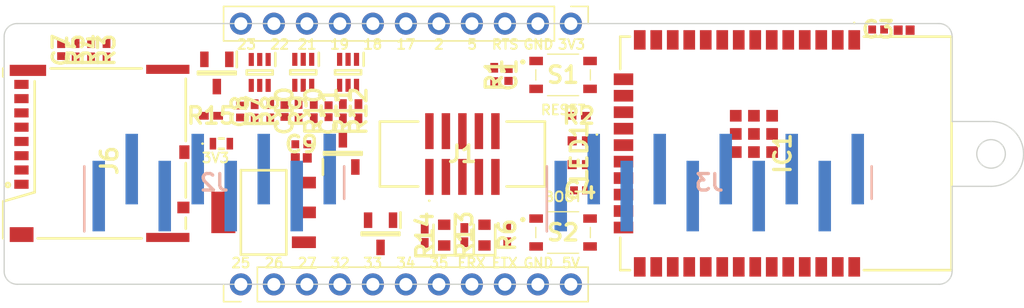
<source format=kicad_pcb>
(kicad_pcb (version 20211014) (generator pcbnew)
  (layers (0 "F.Cu" signal) (31 "B.Cu" signal) (34 "B.Paste" user) (35 "F.Paste" user) (36 "B.SilkS" user "B.Silkscreen") (37 "F.SilkS" user "F.Silkscreen") (38 "B.Mask" user) (39 "F.Mask" user) (44 "Edge.Cuts" user))
  (net 0 "")
  (net 1 "GND")
  (net 2 "RESET")
  (net 3 "+3V3")
  (net 4 "+5V")
  (net 5 "+LDO_3V3")
  (net 7 "GPIO39")
  (net 8 "GPIO34")
  (net 9 "GPIO35")
  (net 10 "GPIO32")
  (net 11 "GPIO33")
  (net 12 "GPIO25")
  (net 13 "GPIO26")
  (net 14 "GPIO27")
  (net 15 "TMS")
  (net 16 "TDI")
  (net 17 "TCK")
  (net 24 "TDO")
  (net 25 "GPIO02")
  (net 26 "Net-(IC1-Pad25)")
  (net 27 "GPIO04")
  (net 28 "GPIO16")
  (net 29 "GPIO17")
  (net 30 "GPIO05")
  (net 31 "GPIO18")
  (net 32 "GPIO19")
  (net 34 "GPIO21")
  (net 35 "TX")
  (net 36 "RX")
  (net 37 "GPIO22")
  (net 38 "GPIO23")
  (net 39 "Net-(IC2-Pad1)")
  (net 40 "+ext_3V3")
  (net 41 "Net-(IC4-Pad1)")
  (net 42 "Net-(IC5-Pad1)")
  (net 43 "+ext_5V")
  (net 44 "FLP_GPIO_0")
  (net 45 "GPIO36")
  (net 46 "GPIO017")
  (net 49 "Net-(J6-Pad2)")
  (net 50 "Net-(J6-Pad3)")
  (net 51 "Net-(J6-Pad5)")
  (net 54 "Net-(LED1-Pad3)")
  (net 55 "Net-(LED2-Pad2)")
  (net 56 "Net-(LED3-Pad2)")
  (net 57 "Net-(LED4-Pad1)")
  (net 58 "Net-(R7-Pad2)")
  (net 59 "Net-(R9-Pad2)")
  (net 60 "Net-(R11-Pad2)")
  (footprint "Libraries:RESC1005X40N" (layer "F.Cu") (at 134.96 96.59 90)
    (fp_text reference "R10" (at 0 0 90) (layer "F.SilkS") (effects (font (size 1.27 1.27) (thickness 0.254))))
    (fp_text value "100K" hide)
    (pad "1" smd rect locked (at -0.55 0 180) (size 0.6 0.75) (layers "F.Cu" "F.Paste" "F.Mask") (net 1 "GND"))
    (pad "2" smd rect locked (at 0.55 0 180) (size 0.6 0.75) (layers "F.Cu" "F.Paste" "F.Mask") (net 41 "Net-(IC4-Pad1)"))
  )
  (footprint "Libraries:RESC1005X40N" (layer "F.Cu") (at 127.05 96.95)
    (fp_text reference "R15" (at 0 0) (layer "F.SilkS") (effects (font (size 1.27 1.27) (thickness 0.254))))
    (fp_text value "1K" hide)
    (pad "1" smd rect locked (at -0.55 0 90) (size 0.6 0.75) (layers "F.Cu" "F.Paste" "F.Mask") (net 3 "+3V3"))
    (pad "2" smd rect locked (at 0.55 0 90) (size 0.6 0.75) (layers "F.Cu" "F.Paste" "F.Mask") (net 57 "Net-(LED4-Pad1)"))
  )
  (footprint "Libraries:RESC1005X40N" (layer "F.Cu") (at 149.85 106.15 -90)
    (fp_text reference "R6" (at 0 0 -90) (layer "F.SilkS") (effects (font (size 1.27 1.27) (thickness 0.254))))
    (fp_text value "10k" hide)
    (pad "1" smd rect locked (at -0.55 0) (size 0.6 0.75) (layers "F.Cu" "F.Paste" "F.Mask") (net 26 "Net-(IC1-Pad25)"))
    (pad "2" smd rect locked (at 0.55 0) (size 0.6 0.75) (layers "F.Cu" "F.Paste" "F.Mask") (net 3 "+3V3"))
  )
  (footprint "Libraries:CAPC1005X55N" (layer "F.Cu") (at 115.52 91.89 -90)
    (fp_text reference "C7" (at 0 0 90) (layer "F.SilkS") (effects (font (size 1.27 1.27) (thickness 0.254))))
    (fp_text value "100n" hide)
    (pad "1" smd rect locked (at -0.46 0 270) (size 0.6 0.62) (layers "F.Cu" "F.Paste" "F.Mask") (net 1 "GND"))
    (pad "2" smd rect locked (at 0.46 0 270) (size 0.6 0.62) (layers "F.Cu" "F.Paste" "F.Mask") (net 3 "+3V3"))
  )
  (footprint "Libraries:RESC1005X40N" (layer "F.Cu") (at 116.63 91.9 -90)
    (fp_text reference "R5" (at 0 0 90) (layer "F.SilkS") (effects (font (size 1.27 1.27) (thickness 0.254))))
    (fp_text value "1K" hide)
    (pad "1" smd rect locked (at -0.55 0) (size 0.6 0.75) (layers "F.Cu" "F.Paste" "F.Mask") (net 31 "GPIO18"))
    (pad "2" smd rect locked (at 0.55 0) (size 0.6 0.75) (layers "F.Cu" "F.Paste" "F.Mask") (net 51 "Net-(J6-Pad5)"))
  )
  (footprint "SamacSys_Parts:SOT96P240X120-3N" (layer "F.Cu") (at 127.5 93.65 -90)
    (fp_text reference "IC2" hide)
    (fp_text value "DMP1045U-7" hide)
    (fp_line (start -0.1 1.45) (end -0.1 -1.45) (layer "F.SilkS") (width 0.2))
    (fp_line (start 0.1 1.45) (end -0.1 1.45) (layer "F.SilkS") (width 0.2))
    (fp_line (start -0.1 -1.45) (end 0.1 -1.45) (layer "F.SilkS") (width 0.2))
    (fp_line (start 0.1 -1.45) (end 0.1 1.45) (layer "F.SilkS") (width 0.2))
    (fp_line (start -1.65 -1.535) (end -0.45 -1.535) (layer "F.SilkS") (width 0.2))
    (pad "1" smd rect locked (at -1.05 -0.96) (size 0.65 1.2) (layers "F.Cu" "F.Paste" "F.Mask") (net 39 "Net-(IC2-Pad1)"))
    (pad "2" smd rect locked (at -1.05 0.96) (size 0.65 1.2) (layers "F.Cu" "F.Paste" "F.Mask") (net 3 "+3V3"))
    (pad "3" smd rect locked (at 1.05 0) (size 0.65 1.2) (layers "F.Cu" "F.Paste" "F.Mask") (net 40 "+ext_3V3"))
  )
  (footprint "SamacSys_Parts:SOT96P240X120-3N" (layer "F.Cu") (at 137.2 99.85 90)
    (fp_text reference "IC4" hide)
    (fp_text value "DMP1045U-7" hide)
    (fp_line (start 0.1 -1.45) (end 0.1 1.45) (layer "F.SilkS") (width 0.2))
    (fp_line (start 0.1 1.45) (end -0.1 1.45) (layer "F.SilkS") (width 0.2))
    (fp_line (start -0.1 -1.45) (end 0.1 -1.45) (layer "F.SilkS") (width 0.2))
    (fp_line (start -1.65 -1.535) (end -0.45 -1.535) (layer "F.SilkS") (width 0.2))
    (fp_line (start -0.1 1.45) (end -0.1 -1.45) (layer "F.SilkS") (width 0.2))
    (pad "1" smd rect locked (at -1.05 -0.96 180) (size 0.65 1.2) (layers "F.Cu" "F.Paste" "F.Mask") (net 41 "Net-(IC4-Pad1)"))
    (pad "2" smd rect locked (at -1.05 0.96 180) (size 0.65 1.2) (layers "F.Cu" "F.Paste" "F.Mask") (net 3 "+3V3"))
    (pad "3" smd rect locked (at 1.05 0 180) (size 0.65 1.2) (layers "F.Cu" "F.Paste" "F.Mask") (net 5 "+LDO_3V3"))
  )
  (footprint "Connector_PinHeader_2.54mm:PinHeader_1x11_P2.54mm_Vertical" (layer "F.Cu") (at 154.75 89.85 -90)
    (fp_text reference "J4" hide)
    (fp_text value "Conn_01x11" hide)
    (fp_line (start 1.33 1.27) (end 1.33 26.73) (layer "F.SilkS") (width 0.12))
    (fp_line (start -1.33 1.27) (end -1.33 26.73) (layer "F.SilkS") (width 0.12))
    (fp_line (start -1.33 26.73) (end 1.33 26.73) (layer "F.SilkS") (width 0.12))
    (fp_line (start -1.33 -1.33) (end 0 -1.33) (layer "F.SilkS") (width 0.12))
    (fp_line (start -1.33 1.27) (end 1.33 1.27) (layer "F.SilkS") (width 0.12))
    (fp_line (start -1.33 0) (end -1.33 -1.33) (layer "F.SilkS") (width 0.12))
    (pad "1" thru_hole circle (at 0 0 270) (size 1.7 1.7) (drill 1) (layers *.Cu *.Mask) (net 3 "+3V3"))
    (pad "2" thru_hole oval (at 0 2.54 270) (size 1.7 1.7) (drill 1) (layers *.Cu *.Mask) (net 1 "GND"))
    (pad "3" thru_hole oval (at 0 5.08 270) (size 1.7 1.7) (drill 1) (layers *.Cu *.Mask) (net 44 "FLP_GPIO_0"))
    (pad "4" thru_hole oval (at 0 7.62 270) (size 1.7 1.7) (drill 1) (layers *.Cu *.Mask) (net 30 "GPIO05"))
    (pad "5" thru_hole oval (at 0 10.16 270) (size 1.7 1.7) (drill 1) (layers *.Cu *.Mask) (net 25 "GPIO02"))
    (pad "6" thru_hole oval (at 0 12.7 270) (size 1.7 1.7) (drill 1) (layers *.Cu *.Mask) (net 29 "GPIO17"))
    (pad "7" thru_hole oval (at 0 15.24 270) (size 1.7 1.7) (drill 1) (layers *.Cu *.Mask) (net 31 "GPIO18"))
    (pad "8" thru_hole oval (at 0 17.78 270) (size 1.7 1.7) (drill 1) (layers *.Cu *.Mask) (net 32 "GPIO19"))
    (pad "9" thru_hole oval (at 0 20.32 270) (size 1.7 1.7) (drill 1) (layers *.Cu *.Mask) (net 34 "GPIO21"))
    (pad "10" thru_hole oval (at 0 22.86 270) (size 1.7 1.7) (drill 1) (layers *.Cu *.Mask) (net 37 "GPIO22"))
    (pad "11" thru_hole oval (at 0 25.4 270) (size 1.7 1.7) (drill 1) (layers *.Cu *.Mask) (net 38 "GPIO23"))
  )
  (footprint "Libraries:CAPC1005X55N" (layer "F.Cu") (at 136.1 96.6 90)
    (fp_text reference "C11" (at 0 0 90) (layer "F.SilkS") (effects (font (size 1.27 1.27) (thickness 0.254))))
    (fp_text value "100n" hide)
    (pad "1" smd rect locked (at -0.46 0 90) (size 0.6 0.62) (layers "F.Cu" "F.Paste" "F.Mask") (net 1 "GND"))
    (pad "2" smd rect locked (at 0.46 0 90) (size 0.6 0.62) (layers "F.Cu" "F.Paste" "F.Mask") (net 43 "+ext_5V"))
  )
  (footprint "SamacSys_Parts:CAPC1005X80N" (layer "F.Cu") (at 180.4 90.35 180)
    (fp_text reference "C2" hide)
    (fp_text value "22uF" hide)
    (pad "1" smd rect locked (at -0.46 0 180) (size 0.69 0.72) (layers "F.Cu" "F.Paste" "F.Mask") (net 1 "GND"))
    (pad "2" smd rect locked (at 0.46 0 180) (size 0.69 0.72) (layers "F.Cu" "F.Paste" "F.Mask") (net 3 "+3V3"))
  )
  (footprint "Libraries:503398-1892" (layer "F.Cu") (at 111.06 106.4 90)
    (fp_text reference "J6" (at 5.996 8.167 90) (layer "F.SilkS") (effects (font (size 1.27 1.27) (thickness 0.254))))
    (fp_text value "503398-1892" hide)
    (fp_line (start 0 2.65) (end 0 10.648) (layer "F.SilkS") (width 0.2))
    (fp_line (start 7.5 14.05) (end 12.3 14.05) (layer "F.SilkS") (width 0.2))
    (fp_line (start 2.849 0) (end 3.554 2.42) (layer "F.SilkS") (width 0.2))
    (fp_line (start 3.554 2.42) (end 12.109 2.42) (layer "F.SilkS") (width 0.2))
    (fp_line (start 3.15 14.05) (end 5.8 14.05) (layer "F.SilkS") (width 0.2))
    (fp_line (start 13.1 3.65) (end 13.1 10.65) (layer "F.SilkS") (width 0.2))
    (fp_line (start 13.1 0) (end 12.474 0) (layer "F.SilkS") (width 0.2))
    (fp_line (start 0.74 14.05) (end 1.6 14.05) (layer "F.SilkS") (width 0.2))
    (fp_line (start 0 0) (end 2.849 0) (layer "F.SilkS") (width 0.2))
    (fp_circle (center 4.116 0.356) (end 4.116 0.41057) (layer "F.SilkS") (width 0.2) (fill none))
    (pad "1" smd rect locked (at 4.17 1.4 90) (size 0.7 1.1) (layers "F.Cu" "F.Paste" "F.Mask"))
    (pad "2" smd rect locked (at 5.27 1.4 90) (size 0.7 1.1) (layers "F.Cu" "F.Paste" "F.Mask") (net 49 "Net-(J6-Pad2)"))
    (pad "3" smd rect locked (at 6.37 1.4 90) (size 0.7 1.1) (layers "F.Cu" "F.Paste" "F.Mask") (net 50 "Net-(J6-Pad3)"))
    (pad "4" smd rect locked (at 7.47 1.4 90) (size 0.7 1.1) (layers "F.Cu" "F.Paste" "F.Mask") (net 3 "+3V3"))
    (pad "5" smd rect locked (at 8.57 1.4 90) (size 0.7 1.1) (layers "F.Cu" "F.Paste" "F.Mask") (net 51 "Net-(J6-Pad5)"))
    (pad "6" smd rect locked (at 9.67 1.4 90) (size 0.7 1.1) (layers "F.Cu" "F.Paste" "F.Mask") (net 1 "GND"))
    (pad "7" smd rect locked (at 10.77 1.4 90) (size 0.7 1.1) (layers "F.Cu" "F.Paste" "F.Mask") (net 32 "GPIO19"))
    (pad "8" smd rect locked (at 11.87 1.4 90) (size 0.7 1.1) (layers "F.Cu" "F.Paste" "F.Mask"))
    (pad "9" smd rect locked (at 2.38 13.865 90) (size 0.9 0.93) (layers "F.Cu" "F.Paste" "F.Mask") (net 1 "GND"))
    (pad "10" smd rect locked (at 6.645 13.94 180) (size 0.78 1.05) (layers "F.Cu" "F.Paste" "F.Mask") (net 1 "GND"))
    (pad "11" smd rect locked (at 13.03 12.665 90) (size 0.7 3.33) (layers "F.Cu" "F.Paste" "F.Mask"))
    (pad "12" smd rect locked (at 12.95 1.9 90) (size 0.86 2.8) (layers "F.Cu" "F.Paste" "F.Mask"))
    (pad "13" smd rect locked (at 0.29 1.415 90) (size 1.14 1.83) (layers "F.Cu" "F.Paste" "F.Mask"))
    (pad "14" smd rect locked (at 0.07 12.665 90) (size 0.7 3.33) (layers "F.Cu" "F.Paste" "F.Mask"))
  )
  (footprint "Libraries:WS2812B2020" (layer "F.Cu") (at 155.4 99.8 90)
    (fp_text reference "LED1" (at 0 0 90) (layer "F.SilkS") (effects (font (size 1.27 1.27) (thickness 0.254))))
    (fp_text value "WS2812B-2020" hide)
    (fp_line (start 1.4 1.3) (end 1.4 1.3) (layer "F.SilkS") (width 0.1))
    (fp_line (start 1.4 1.4) (end 1.4 1.4) (layer "F.SilkS") (width 0.1))
    (fp_arc (start 1.4 1.3) (mid 1.45 1.35) (end 1.4 1.4) (layer "F.SilkS") (width 0.1))
    (fp_arc (start 1.4 1.4) (mid 1.35 1.35) (end 1.4 1.3) (layer "F.SilkS") (width 0.1))
    (pad "1" smd rect locked (at 0.915 0.55 180) (size 0.7 0.7) (layers "F.Cu" "F.Paste" "F.Mask"))
    (pad "2" smd rect locked (at 0.915 -0.55 180) (size 0.7 0.7) (layers "F.Cu" "F.Paste" "F.Mask") (net 1 "GND"))
    (pad "3" smd rect locked (at -0.915 -0.55 180) (size 0.7 0.7) (layers "F.Cu" "F.Paste" "F.Mask") (net 54 "Net-(LED1-Pad3)"))
    (pad "4" smd rect locked (at -0.915 0.55 180) (size 0.7 0.7) (layers "F.Cu" "F.Paste" "F.Mask") (net 4 "+5V"))
  )
  (footprint "Libraries:RESC1005X40N" (layer "F.Cu") (at 117.82 91.9 -90)
    (fp_text reference "R4" (at 0 0 90) (layer "F.SilkS") (effects (font (size 1.27 1.27) (thickness 0.254))))
    (fp_text value "1K" hide)
    (pad "1" smd rect locked (at -0.55 0) (size 0.6 0.75) (layers "F.Cu" "F.Paste" "F.Mask") (net 38 "GPIO23"))
    (pad "2" smd rect locked (at 0.55 0) (size 0.6 0.75) (layers "F.Cu" "F.Paste" "F.Mask") (net 50 "Net-(J6-Pad3)"))
  )
  (footprint "SamacSys_Parts:CAPC1005X70N" (layer "F.Cu") (at 134 100.2)
    (fp_text reference "C6" hide)
    (fp_text value "10uF" hide)
    (pad "1" smd rect locked (at -0.46 0) (size 0.69 0.72) (layers "F.Cu" "F.Paste" "F.Mask") (net 1 "GND"))
    (pad "2" smd rect locked (at 0.46 0) (size 0.69 0.72) (layers "F.Cu" "F.Paste" "F.Mask") (net 4 "+5V"))
  )
  (footprint "Libraries:ESP32WROOM32EN4" (layer "F.Cu") (at 171.3 99.85 -90)
    (fp_text reference "IC1" (at 0 0.25 -90) (layer "F.SilkS") (effects (font (size 1.27 1.27) (thickness 0.254))))
    (fp_text value "ESP32-WROOM-32E-N4" hide)
    (fp_line (start 9 12) (end 9 12.75) (layer "F.SilkS") (width 0.2))
    (fp_line (start -9 -6) (end -9 -12.75) (layer "F.SilkS") (width 0.2))
    (fp_line (start 9 12.75) (end 6.5 12.75) (layer "F.SilkS") (width 0.2))
    (fp_line (start -9 12.75) (end -9 12) (layer "F.SilkS") (width 0.2))
    (fp_line (start -10 -5.26) (end -10 -5.26) (layer "F.SilkS") (width 0.1))
    (fp_line (start -6.5 12.75) (end -9 12.75) (layer "F.SilkS") (width 0.2))
    (fp_line (start -10.1 -5.26) (end -10.1 -5.26) (layer "F.SilkS") (width 0.1))
    (fp_line (start -9 -12.75) (end 9 -12.75) (layer "F.SilkS") (width 0.2))
    (fp_line (start 9 -12.75) (end 9 -6) (layer "F.SilkS") (width 0.2))
    (fp_arc (start -10.1 -5.26) (mid -10.05 -5.31) (end -10 -5.26) (layer "F.SilkS") (width 0.1))
    (fp_arc (start -10 -5.26) (mid -10.05 -5.21) (end -10.1 -5.26) (layer "F.SilkS") (width 0.1))
    (pad "1" smd rect locked (at -8.75 -5.26) (size 0.9 1.5) (layers "F.Cu" "F.Paste" "F.Mask") (net 1 "GND"))
    (pad "2" smd rect locked (at -8.75 -3.99) (size 0.9 1.5) (layers "F.Cu" "F.Paste" "F.Mask") (net 3 "+3V3"))
    (pad "3" smd rect locked (at -8.75 -2.72) (size 0.9 1.5) (layers "F.Cu" "F.Paste" "F.Mask") (net 2 "RESET"))
    (pad "4" smd rect locked (at -8.75 -1.45) (size 0.9 1.5) (layers "F.Cu" "F.Paste" "F.Mask"))
    (pad "5" smd rect locked (at -8.75 -0.18) (size 0.9 1.5) (layers "F.Cu" "F.Paste" "F.Mask") (net 7 "GPIO39"))
    (pad "6" smd rect locked (at -8.75 1.09) (size 0.9 1.5) (layers "F.Cu" "F.Paste" "F.Mask") (net 8 "GPIO34"))
    (pad "7" smd rect locked (at -8.75 2.36) (size 0.9 1.5) (layers "F.Cu" "F.Paste" "F.Mask") (net 9 "GPIO35"))
    (pad "8" smd rect locked (at -8.75 3.63) (size 0.9 1.5) (layers "F.Cu" "F.Paste" "F.Mask") (net 10 "GPIO32"))
    (pad "9" smd rect locked (at -8.75 4.9) (size 0.9 1.5) (layers "F.Cu" "F.Paste" "F.Mask") (net 11 "GPIO33"))
    (pad "10" smd rect locked (at -8.75 6.17) (size 0.9 1.5) (layers "F.Cu" "F.Paste" "F.Mask") (net 12 "GPIO25"))
    (pad "11" smd rect locked (at -8.75 7.44) (size 0.9 1.5) (layers "F.Cu" "F.Paste" "F.Mask") (net 13 "GPIO26"))
    (pad "12" smd rect locked (at -8.75 8.71) (size 0.9 1.5) (layers "F.Cu" "F.Paste" "F.Mask") (net 14 "GPIO27"))
    (pad "13" smd rect locked (at -8.75 9.98) (size 0.9 1.5) (layers "F.Cu" "F.Paste" "F.Mask") (net 15 "TMS"))
    (pad "14" smd rect locked (at -8.75 11.25) (size 0.9 1.5) (layers "F.Cu" "F.Paste" "F.Mask") (net 16 "TDI"))
    (pad "15" smd rect locked (at -5.715 12.5 270) (size 0.9 1.5) (layers "F.Cu" "F.Paste" "F.Mask") (net 1 "GND"))
    (pad "16" smd rect locked (at -4.445 12.5 270) (size 0.9 1.5) (layers "F.Cu" "F.Paste" "F.Mask") (net 17 "TCK"))
    (pad "17" smd rect locked (at -3.175 12.5 270) (size 0.9 1.5) (layers "F.Cu" "F.Paste" "F.Mask"))
    (pad "18" smd rect locked (at -1.905 12.5 270) (size 0.9 1.5) (layers "F.Cu" "F.Paste" "F.Mask"))
    (pad "19" smd rect locked (at -0.635 12.5 270) (size 0.9 1.5) (layers "F.Cu" "F.Paste" "F.Mask"))
    (pad "20" smd rect locked (at 0.635 12.5 270) (size 0.9 1.5) (layers "F.Cu" "F.Paste" "F.Mask"))
    (pad "21" smd rect locked (at 1.905 12.5 270) (size 0.9 1.5) (layers "F.Cu" "F.Paste" "F.Mask"))
    (pad "22" smd rect locked (at 3.175 12.5 270) (size 0.9 1.5) (layers "F.Cu" "F.Paste" "F.Mask"))
    (pad "23" smd rect locked (at 4.445 12.5 270) (size 0.9 1.5) (layers "F.Cu" "F.Paste" "F.Mask") (net 24 "TDO"))
    (pad "24" smd rect locked (at 5.715 12.5 270) (size 0.9 1.5) (layers "F.Cu" "F.Paste" "F.Mask") (net 25 "GPIO02"))
    (pad "25" smd rect locked (at 8.75 11.25) (size 0.9 1.5) (layers "F.Cu" "F.Paste" "F.Mask") (net 26 "Net-(IC1-Pad25)"))
    (pad "26" smd rect locked (at 8.75 9.98) (size 0.9 1.5) (layers "F.Cu" "F.Paste" "F.Mask") (net 27 "GPIO04"))
    (pad "27" smd rect locked (at 8.75 8.71) (size 0.9 1.5) (layers "F.Cu" "F.Paste" "F.Mask") (net 28 "GPIO16"))
    (pad "28" smd rect locked (at 8.75 7.44) (size 0.9 1.5) (layers "F.Cu" "F.Paste" "F.Mask") (net 29 "GPIO17"))
    (pad "29" smd rect locked (at 8.75 6.17) (size 0.9 1.5) (layers "F.Cu" "F.Paste" "F.Mask") (net 30 "GPIO05"))
    (pad "30" smd rect locked (at 8.75 4.9) (size 0.9 1.5) (layers "F.Cu" "F.Paste" "F.Mask") (net 31 "GPIO18"))
    (pad "31" smd rect locked (at 8.75 3.63) (size 0.9 1.5) (layers "F.Cu" "F.Paste" "F.Mask") (net 32 "GPIO19"))
    (pad "32" smd rect locked (at 8.75 2.36) (size 0.9 1.5) (layers "F.Cu" "F.Paste" "F.Mask"))
    (pad "33" smd rect locked (at 8.75 1.09) (size 0.9 1.5) (layers "F.Cu" "F.Paste" "F.Mask") (net 34 "GPIO21"))
    (pad "34" smd rect locked (at 8.75 -0.18) (size 0.9 1.5) (layers "F.Cu" "F.Paste" "F.Mask") (net 35 "TX"))
    (pad "35" smd rect locked (at 8.75 -1.45) (size 0.9 1.5) (layers "F.Cu" "F.Paste" "F.Mask") (net 36 "RX"))
    (pad "36" smd rect locked (at 8.75 -2.72) (size 0.9 1.5) (layers "F.Cu" "F.Paste" "F.Mask") (net 37 "GPIO22"))
    (pad "37" smd rect locked (at 8.75 -3.99) (size 0.9 1.5) (layers "F.Cu" "F.Paste" "F.Mask") (net 38 "GPIO23"))
    (pad "38" smd rect locked (at 8.75 -5.26) (size 0.9 1.5) (layers "F.Cu" "F.Paste" "F.Mask") (net 1 "GND"))
    (pad "39" smd rect locked (at -2.9 1.06) (size 0.9 0.9) (layers "F.Cu" "F.Paste" "F.Mask") (net 1 "GND"))
    (pad "40" smd rect locked (at -2.9 2.46) (size 0.9 0.9) (layers "F.Cu" "F.Paste" "F.Mask") (net 1 "GND"))
    (pad "41" smd rect locked (at -2.9 3.86) (size 0.9 0.9) (layers "F.Cu" "F.Paste" "F.Mask") (net 1 "GND"))
    (pad "42" smd rect locked (at -1.5 3.86) (size 0.9 0.9) (layers "F.Cu" "F.Paste" "F.Mask") (net 1 "GND"))
    (pad "43" smd rect locked (at -0.1 3.86) (size 0.9 0.9) (layers "F.Cu" "F.Paste" "F.Mask") (net 1 "GND"))
    (pad "44" smd rect locked (at -0.1 2.46) (size 0.9 0.9) (layers "F.Cu" "F.Paste" "F.Mask") (net 1 "GND"))
    (pad "45" smd rect locked (at -0.1 1.06) (size 0.9 0.9) (layers "F.Cu" "F.Paste" "F.Mask") (net 1 "GND"))
    (pad "46" smd rect locked (at -1.5 1.06) (size 0.9 0.9) (layers "F.Cu" "F.Paste" "F.Mask") (net 1 "GND"))
    (pad "47" smd rect locked (at -1.5 2.46) (size 0.9 0.9) (layers "F.Cu" "F.Paste" "F.Mask") (net 1 "GND"))
  )
  (footprint "SamacSys_Parts:19217R6CAL1M2VY3T" (layer "F.Cu") (at 127.85 99.1 180)
    (fp_text reference "LED4" hide)
    (fp_text value "3V3" hide)
    (fp_line (start 1.4 0) (end 1.4 0) (layer "F.SilkS") (width 0.1))
    (fp_line (start 0.2 -0.4) (end -0.2 -0.4) (layer "F.SilkS") (width 0.2))
    (fp_line (start 0.2 0.4) (end -0.2 0.4) (layer "F.SilkS") (width 0.2))
    (fp_line (start 1.5 0) (end 1.5 0) (layer "F.SilkS") (width 0.1))
    (fp_arc (start 1.5 0) (mid 1.45 0.05) (end 1.4 0) (layer "F.SilkS") (width 0.1))
    (fp_arc (start 1.4 0) (mid 1.45 -0.05) (end 1.5 0) (layer "F.SilkS") (width 0.1))
    (pad "1" smd rect locked (at 0.65 0 180) (size 0.5 0.9) (layers "F.Cu" "F.Paste" "F.Mask") (net 57 "Net-(LED4-Pad1)"))
    (pad "2" smd rect locked (at -0.65 0 180) (size 0.5 0.9) (layers "F.Cu" "F.Paste" "F.Mask") (net 1 "GND"))
  )
  (footprint "Libraries:RESC1005X40N" (layer "F.Cu") (at 155.35 96.95 180)
    (fp_text reference "R2" (at 0 0) (layer "F.SilkS") (effects (font (size 1.27 1.27) (thickness 0.254))))
    (fp_text value "220" hide)
    (pad "1" smd rect locked (at -0.55 0 270) (size 0.6 0.75) (layers "F.Cu" "F.Paste" "F.Mask") (net 28 "GPIO16"))
    (pad "2" smd rect locked (at 0.55 0 270) (size 0.6 0.75) (layers "F.Cu" "F.Paste" "F.Mask") (net 54 "Net-(LED1-Pad3)"))
  )
  (footprint "Libraries:322010030000" (layer "F.Cu") (at 146.4 99.9)
    (fp_text reference "J1" (at 0 0) (layer "F.SilkS") (effects (font (size 1.27 1.27) (thickness 0.254))))
    (fp_text value "3220-10-0300-00" hide)
    (fp_line (start -2.5 3.6) (end -2.5 3.6) (layer "F.SilkS") (width 0.1))
    (fp_line (start -2.6 3.6) (end -2.6 3.6) (layer "F.SilkS") (width 0.1))
    (fp_line (start 6.35 2.5) (end 3.4 2.5) (layer "F.SilkS") (width 0.2))
    (fp_line (start -6.35 -2.5) (end -6.35 2.5) (layer "F.SilkS") (width 0.2))
    (fp_line (start -6.35 2.5) (end -3.4 2.5) (layer "F.SilkS") (width 0.2))
    (fp_line (start 3.4 -2.5) (end 6.35 -2.5) (layer "F.SilkS") (width 0.2))
    (fp_line (start 6.35 -2.5) (end 6.35 2.5) (layer "F.SilkS") (width 0.2))
    (fp_line (start -3.4 -2.5) (end -6.35 -2.5) (layer "F.SilkS") (width 0.2))
    (fp_arc (start -2.6 3.6) (mid -2.55 3.55) (end -2.5 3.6) (layer "F.SilkS") (width 0.1))
    (fp_arc (start -2.5 3.6) (mid -2.55 3.65) (end -2.6 3.6) (layer "F.SilkS") (width 0.1))
    (pad "1" smd rect locked (at -2.54 1.765) (size 0.65 2.77) (layers "F.Cu" "F.Paste" "F.Mask") (net 3 "+3V3"))
    (pad "2" smd rect locked (at -2.54 -1.765) (size 0.65 2.77) (layers "F.Cu" "F.Paste" "F.Mask") (net 15 "TMS"))
    (pad "3" smd rect locked (at -1.27 1.765) (size 0.65 2.77) (layers "F.Cu" "F.Paste" "F.Mask") (net 1 "GND"))
    (pad "4" smd rect locked (at -1.27 -1.765) (size 0.65 2.77) (layers "F.Cu" "F.Paste" "F.Mask") (net 17 "TCK"))
    (pad "5" smd rect locked (at 0 1.765) (size 0.65 2.77) (layers "F.Cu" "F.Paste" "F.Mask") (net 1 "GND"))
    (pad "6" smd rect locked (at 0 -1.765) (size 0.65 2.77) (layers "F.Cu" "F.Paste" "F.Mask") (net 24 "TDO"))
    (pad "7" smd rect locked (at 1.27 1.765) (size 0.65 2.77) (layers "F.Cu" "F.Paste" "F.Mask") (net 1 "GND"))
    (pad "8" smd rect locked (at 1.27 -1.765) (size 0.65 2.77) (layers "F.Cu" "F.Paste" "F.Mask") (net 16 "TDI"))
    (pad "9" smd rect locked (at 2.54 1.765) (size 0.65 2.77) (layers "F.Cu" "F.Paste" "F.Mask") (net 1 "GND"))
    (pad "10" smd rect locked (at 2.54 -1.765) (size 0.65 2.77) (layers "F.Cu" "F.Paste" "F.Mask") (net 2 "RESET"))
  )
  (footprint "SamacSys_Parts:CAPC1005X80N" (layer "F.Cu") (at 126.1 102.25 -90)
    (fp_text reference "C5" hide)
    (fp_text value "22uF" hide)
    (pad "1" smd rect locked (at -0.46 0 270) (size 0.69 0.72) (layers "F.Cu" "F.Paste" "F.Mask") (net 1 "GND"))
    (pad "2" smd rect locked (at 0.46 0 270) (size 0.69 0.72) (layers "F.Cu" "F.Paste" "F.Mask") (net 5 "+LDO_3V3"))
  )
  (footprint "SamacSys_Parts:SOT96P240X120-3N" (layer "F.Cu") (at 140.1 106.05 -90)
    (fp_text reference "IC5" hide)
    (fp_text value "DMP1045U-7" hide)
    (fp_line (start -0.1 1.45) (end -0.1 -1.45) (layer "F.SilkS") (width 0.2))
    (fp_line (start 0.1 1.45) (end -0.1 1.45) (layer "F.SilkS") (width 0.2))
    (fp_line (start -0.1 -1.45) (end 0.1 -1.45) (layer "F.SilkS") (width 0.2))
    (fp_line (start 0.1 -1.45) (end 0.1 1.45) (layer "F.SilkS") (width 0.2))
    (fp_line (start -1.65 -1.535) (end -0.45 -1.535) (layer "F.SilkS") (width 0.2))
    (pad "1" smd rect locked (at -1.05 -0.96) (size 0.65 1.2) (layers "F.Cu" "F.Paste" "F.Mask") (net 42 "Net-(IC5-Pad1)"))
    (pad "2" smd rect locked (at -1.05 0.96) (size 0.65 1.2) (layers "F.Cu" "F.Paste" "F.Mask") (net 4 "+5V"))
    (pad "3" smd rect locked (at 1.05 0) (size 0.65 1.2) (layers "F.Cu" "F.Paste" "F.Mask") (net 43 "+ext_5V"))
  )
  (footprint "SamacSys_Parts:LEDC1608X50N" (layer "F.Cu") (at 148.1 106.15 90)
    (fp_text reference "LED2" hide)
    (fp_text value "TX" hide)
    (fp_line (start -1.55 0.825) (end 0.8 0.825) (layer "F.SilkS") (width 0.2))
    (fp_line (start -1.55 -0.825) (end -1.55 0.825) (layer "F.SilkS") (width 0.2))
    (fp_line (start 0.8 -0.825) (end -1.55 -0.825) (layer "F.SilkS") (width 0.2))
    (pad "1" smd rect locked (at -0.8 0 90) (size 0.8 0.95) (layers "F.Cu" "F.Paste" "F.Mask") (net 36 "RX"))
    (pad "2" smd rect locked (at 0.8 0 90) (size 0.8 0.95) (layers "F.Cu" "F.Paste" "F.Mask") (net 55 "Net-(LED2-Pad2)"))
  )
  (footprint "Libraries:SKRPABE010" (layer "F.Cu") (at 154.15 105.95)
    (fp_text reference "S2" (at 0 0) (layer "F.SilkS") (effects (font (size 1.27 1.27) (thickness 0.254))))
    (fp_text value "SKRPABE010" hide)
    (fp_line (start -3 -1) (end -3 -1) (layer "F.SilkS") (width 0.2))
    (fp_line (start -1.2 -1.6) (end 1.2 -1.6) (layer "F.SilkS") (width 0.1))
    (fp_line (start -3 -1) (end -3 -1) (layer "F.SilkS") (width 0.1))
    (fp_line (start -1.2 1.6) (end 1.2 1.6) (layer "F.SilkS") (width 0.1))
    (fp_line (start 2.1 -0.4) (end 2.1 0.4) (layer "F.SilkS") (width 0.1))
    (fp_line (start -3.2 -1) (end -3.2 -1) (layer "F.SilkS") (width 0.2))
    (fp_line (start -2.1 -0.4) (end -2.1 0.4) (layer "F.SilkS") (width 0.1))
    (fp_arc (start -3.2 -1) (mid -3.1 -1.1) (end -3 -1) (layer "F.SilkS") (width 0.2))
    (fp_arc (start -3 -1) (mid -3.1 -0.9) (end -3.2 -1) (layer "F.SilkS") (width 0.2))
    (pad "1" smd rect locked (at -2.075 -1.075 90) (size 0.65 1.05) (layers "F.Cu" "F.Paste" "F.Mask") (net 26 "Net-(IC1-Pad25)"))
    (pad "2" smd rect locked (at 2.075 -1.075 90) (size 0.65 1.05) (layers "F.Cu" "F.Paste" "F.Mask"))
    (pad "3" smd rect locked (at -2.075 1.075 90) (size 0.65 1.05) (layers "F.Cu" "F.Paste" "F.Mask"))
    (pad "4" smd rect locked (at 2.075 1.075 90) (size 0.65 1.05) (layers "F.Cu" "F.Paste" "F.Mask") (net 1 "GND"))
  )
  (footprint "Libraries:CAPC1005X55N" (layer "F.Cu") (at 155.45 102.7)
    (fp_text reference "C4" (at 0 0) (layer "F.SilkS") (effects (font (size 1.27 1.27) (thickness 0.254))))
    (fp_text value "100nF" hide)
    (pad "1" smd rect locked (at -0.46 0) (size 0.6 0.62) (layers "F.Cu" "F.Paste" "F.Mask") (net 1 "GND"))
    (pad "2" smd rect locked (at 0.46 0) (size 0.6 0.62) (layers "F.Cu" "F.Paste" "F.Mask") (net 4 "+5V"))
  )
  (footprint "SamacSys_Parts:SOT230P700X180-4N" (layer "F.Cu") (at 131.1 104.4 180)
    (fp_text reference "IC3" hide)
    (fp_text value "AZ1117H-3.3TRE1" hide)
    (fp_line (start 1.75 3.25) (end -1.75 3.25) (layer "F.SilkS") (width 0.2))
    (fp_line (start -4.025 -4.25) (end -2.175 -4.25) (layer "F.SilkS") (width 0.2))
    (fp_line (start -1.75 -3.25) (end 1.75 -3.25) (layer "F.SilkS") (width 0.2))
    (fp_line (start -1.75 3.25) (end -1.75 -3.25) (layer "F.SilkS") (width 0.2))
    (fp_line (start 1.75 -3.25) (end 1.75 3.25) (layer "F.SilkS") (width 0.2))
    (pad "1" smd rect locked (at -3.1 -2.3 270) (size 0.9 1.85) (layers "F.Cu" "F.Paste" "F.Mask") (net 1 "GND"))
    (pad "2" smd rect locked (at -3.1 0 270) (size 0.9 1.85) (layers "F.Cu" "F.Paste" "F.Mask") (net 5 "+LDO_3V3"))
    (pad "3" smd rect locked (at -3.1 2.3 270) (size 0.9 1.85) (layers "F.Cu" "F.Paste" "F.Mask") (net 4 "+5V"))
    (pad "4" smd rect locked (at 3.1 0 180) (size 1.85 3.2) (layers "F.Cu" "F.Paste" "F.Mask") (net 5 "+LDO_3V3"))
  )
  (footprint "Libraries:CAPC1005X55N" (layer "F.Cu") (at 178.4 90.3)
    (fp_text reference "C3" (at 0 0) (layer "F.SilkS") (effects (font (size 1.27 1.27) (thickness 0.254))))
    (fp_text value "100n" hide)
    (pad "1" smd rect locked (at -0.46 0) (size 0.6 0.62) (layers "F.Cu" "F.Paste" "F.Mask") (net 1 "GND"))
    (pad "2" smd rect locked (at 0.46 0) (size 0.6 0.62) (layers "F.Cu" "F.Paste" "F.Mask") (net 3 "+3V3"))
  )
  (footprint "Libraries:CAPC1005X55N" (layer "F.Cu") (at 129.29 96.62 90)
    (fp_text reference "C8" (at 0 0 90) (layer "F.SilkS") (effects (font (size 1.27 1.27) (thickness 0.254))))
    (fp_text value "100n" hide)
    (pad "1" smd rect locked (at -0.46 0 90) (size 0.6 0.62) (layers "F.Cu" "F.Paste" "F.Mask") (net 1 "GND"))
    (pad "2" smd rect locked (at 0.46 0 90) (size 0.6 0.62) (layers "F.Cu" "F.Paste" "F.Mask") (net 40 "+ext_3V3"))
  )
  (footprint "SamacSys_Parts:SOT65P210X110-6N" (layer "F.Cu") (at 137.6 93.6 -90)
    (fp_text reference "U3" hide)
    (fp_text value "MMDT2907A-7-F" hide)
    (fp_line (start 0.15 1) (end -0.15 1) (layer "F.SilkS") (width 0.2))
    (fp_line (start -0.15 -1) (end 0.15 -1) (layer "F.SilkS") (width 0.2))
    (fp_line (start -1.5 -1.2) (end -0.5 -1.2) (layer "F.SilkS") (width 0.2))
    (fp_line (start -0.15 1) (end -0.15 -1) (layer "F.SilkS") (width 0.2))
    (fp_line (start 0.15 -1) (end 0.15 1) (layer "F.SilkS") (width 0.2))
    (pad "1" smd rect locked (at -1 -0.65) (size 0.4 1) (layers "F.Cu" "F.Paste" "F.Mask") (net 4 "+5V"))
    (pad "2" smd rect locked (at -1 0) (size 0.4 1) (layers "F.Cu" "F.Paste" "F.Mask") (net 60 "Net-(R11-Pad2)"))
    (pad "3" smd rect locked (at -1 0.65) (size 0.4 1) (layers "F.Cu" "F.Paste" "F.Mask") (net 60 "Net-(R11-Pad2)"))
    (pad "4" smd rect locked (at 1 0.65) (size 0.4 1) (layers "F.Cu" "F.Paste" "F.Mask") (net 43 "+ext_5V"))
    (pad "5" smd rect locked (at 1 0) (size 0.4 1) (layers "F.Cu" "F.Paste" "F.Mask") (net 60 "Net-(R11-Pad2)"))
    (pad "6" smd rect locked (at 1 -0.65) (size 0.4 1) (layers "F.Cu" "F.Paste" "F.Mask") (net 42 "Net-(IC5-Pad1)"))
  )
  (footprint "Libraries:SKRPABE010" (layer "F.Cu") (at 154.15 93.8)
    (fp_text reference "S1" (at 0 0) (layer "F.SilkS") (effects (font (size 1.27 1.27) (thickness 0.254))))
    (fp_text value "SKRPABE010" hide)
    (fp_line (start -1.2 1.6) (end 1.2 1.6) (layer "F.SilkS") (width 0.1))
    (fp_line (start -3 -1) (end -3 -1) (layer "F.SilkS") (width 0.1))
    (fp_line (start 2.1 -0.4) (end 2.1 0.4) (layer "F.SilkS") (width 0.1))
    (fp_line (start -1.2 -1.6) (end 1.2 -1.6) (layer "F.SilkS") (width 0.1))
    (fp_line (start -3.2 -1) (end -3.2 -1) (layer "F.SilkS") (width 0.2))
    (fp_line (start -3 -1) (end -3 -1) (layer "F.SilkS") (width 0.2))
    (fp_line (start -2.1 -0.4) (end -2.1 0.4) (layer "F.SilkS") (width 0.1))
    (fp_arc (start -3.2 -1) (mid -3.1 -1.1) (end -3 -1) (layer "F.SilkS") (width 0.2))
    (fp_arc (start -3 -1) (mid -3.1 -0.9) (end -3.2 -1) (layer "F.SilkS") (width 0.2))
    (pad "1" smd rect locked (at -2.075 -1.075 90) (size 0.65 1.05) (layers "F.Cu" "F.Paste" "F.Mask") (net 2 "RESET"))
    (pad "2" smd rect locked (at 2.075 -1.075 90) (size 0.65 1.05) (layers "F.Cu" "F.Paste" "F.Mask"))
    (pad "3" smd rect locked (at -2.075 1.075 90) (size 0.65 1.05) (layers "F.Cu" "F.Paste" "F.Mask"))
    (pad "4" smd rect locked (at 2.075 1.075 90) (size 0.65 1.05) (layers "F.Cu" "F.Paste" "F.Mask") (net 1 "GND"))
  )
  (footprint "Libraries:RESC1005X40N" (layer "F.Cu") (at 148.85 93.8 90)
    (fp_text reference "R1" (at 0 0 90) (layer "F.SilkS") (effects (font (size 1.27 1.27) (thickness 0.254))))
    (fp_text value "10k" hide)
    (pad "1" smd rect locked (at -0.55 0 180) (size 0.6 0.75) (layers "F.Cu" "F.Paste" "F.Mask") (net 2 "RESET"))
    (pad "2" smd rect locked (at 0.55 0 180) (size 0.6 0.75) (layers "F.Cu" "F.Paste" "F.Mask") (net 3 "+3V3"))
  )
  (footprint "Libraries:CAPC1005X55N" (layer "F.Cu") (at 134 99.15)
    (fp_text reference "C9" (at 0 0) (layer "F.SilkS") (effects (font (size 1.27 1.27) (thickness 0.254))))
    (fp_text value "100n" hide)
    (pad "1" smd rect locked (at -0.46 0) (size 0.6 0.62) (layers "F.Cu" "F.Paste" "F.Mask") (net 1 "GND"))
    (pad "2" smd rect locked (at 0.46 0) (size 0.6 0.62) (layers "F.Cu" "F.Paste" "F.Mask") (net 4 "+5V"))
  )
  (footprint "Libraries:RESC1005X40N" (layer "F.Cu") (at 131.61 96.6 90)
    (fp_text reference "R8" (at 0 0 90) (layer "F.SilkS") (effects (font (size 1.27 1.27) (thickness 0.254))))
    (fp_text value "100K" hide)
    (pad "1" smd rect locked (at -0.55 0 180) (size 0.6 0.75) (layers "F.Cu" "F.Paste" "F.Mask") (net 1 "GND"))
    (pad "2" smd rect locked (at 0.55 0 180) (size 0.6 0.75) (layers "F.Cu" "F.Paste" "F.Mask") (net 39 "Net-(IC2-Pad1)"))
  )
  (footprint "Connector_PinHeader_2.54mm:PinHeader_1x11_P2.54mm_Vertical" (layer "F.Cu") (at 129.35 109.95 90)
    (fp_text reference "J5" hide)
    (fp_text value "Conn_01x11" hide)
    (fp_line (start -1.33 1.27) (end 1.33 1.27) (layer "F.SilkS") (width 0.12))
    (fp_line (start -1.33 0) (end -1.33 -1.33) (layer "F.SilkS") (width 0.12))
    (fp_line (start -1.33 -1.33) (end 0 -1.33) (layer "F.SilkS") (width 0.12))
    (fp_line (start 1.33 1.27) (end 1.33 26.73) (layer "F.SilkS") (width 0.12))
    (fp_line (start -1.33 26.73) (end 1.33 26.73) (layer "F.SilkS") (width 0.12))
    (fp_line (start -1.33 1.27) (end -1.33 26.73) (layer "F.SilkS") (width 0.12))
    (pad "1" thru_hole circle (at 0 0 90) (size 1.7 1.7) (drill 1) (layers *.Cu *.Mask) (net 12 "GPIO25"))
    (pad "2" thru_hole oval (at 0 2.54 90) (size 1.7 1.7) (drill 1) (layers *.Cu *.Mask) (net 13 "GPIO26"))
    (pad "3" thru_hole oval (at 0 5.08 90) (size 1.7 1.7) (drill 1) (layers *.Cu *.Mask) (net 14 "GPIO27"))
    (pad "4" thru_hole oval (at 0 7.62 90) (size 1.7 1.7) (drill 1) (layers *.Cu *.Mask) (net 10 "GPIO32"))
    (pad "5" thru_hole oval (at 0 10.16 90) (size 1.7 1.7) (drill 1) (layers *.Cu *.Mask) (net 11 "GPIO33"))
    (pad "6" thru_hole oval (at 0 12.7 90) (size 1.7 1.7) (drill 1) (layers *.Cu *.Mask) (net 8 "GPIO34"))
    (pad "7" thru_hole oval (at 0 15.24 90) (size 1.7 1.7) (drill 1) (layers *.Cu *.Mask) (net 9 "GPIO35"))
    (pad "8" thru_hole oval (at 0 17.78 90) (size 1.7 1.7) (drill 1) (layers *.Cu *.Mask) (net 35 "TX"))
    (pad "9" thru_hole oval (at 0 20.32 90) (size 1.7 1.7) (drill 1) (layers *.Cu *.Mask) (net 36 "RX"))
    (pad "10" thru_hole oval (at 0 22.86 90) (size 1.7 1.7) (drill 1) (layers *.Cu *.Mask) (net 1 "GND"))
    (pad "11" thru_hole oval (at 0 25.4 90) (size 1.7 1.7) (drill 1) (layers *.Cu *.Mask) (net 4 "+5V"))
  )
  (footprint "Libraries:RESC1005X40N" (layer "F.Cu") (at 138.4 96.6 90)
    (fp_text reference "R12" (at 0 0 90) (layer "F.SilkS") (effects (font (size 1.27 1.27) (thickness 0.254))))
    (fp_text value "100K" hide)
    (pad "1" smd rect locked (at -0.55 0 180) (size 0.6 0.75) (layers "F.Cu" "F.Paste" "F.Mask") (net 1 "GND"))
    (pad "2" smd rect locked (at 0.55 0 180) (size 0.6 0.75) (layers "F.Cu" "F.Paste" "F.Mask") (net 42 "Net-(IC5-Pad1)"))
  )
  (footprint "Libraries:CAPC1005X60N" (layer "F.Cu") (at 149.95 93.8 -90)
    (fp_text reference "C1" (at 0 0 -90) (layer "F.SilkS") (effects (font (size 1.27 1.27) (thickness 0.254))))
    (fp_text value "1u" hide)
    (pad "1" smd rect locked (at -0.46 0 270) (size 0.62 0.64) (layers "F.Cu" "F.Paste" "F.Mask") (net 1 "GND"))
    (pad "2" smd rect locked (at 0.46 0 270) (size 0.62 0.64) (layers "F.Cu" "F.Paste" "F.Mask") (net 2 "RESET"))
  )
  (footprint "Libraries:RESC1005X40N" (layer "F.Cu") (at 137.2 96.6 90)
    (fp_text reference "R11" (at 0 0 90) (layer "F.SilkS") (effects (font (size 1.27 1.27) (thickness 0.254))))
    (fp_text value "100K" hide)
    (pad "1" smd rect locked (at -0.55 0 180) (size 0.6 0.75) (layers "F.Cu" "F.Paste" "F.Mask") (net 1 "GND"))
    (pad "2" smd rect locked (at 0.55 0 180) (size 0.6 0.75) (layers "F.Cu" "F.Paste" "F.Mask") (net 60 "Net-(R11-Pad2)"))
  )
  (footprint "Libraries:CAPC1005X55N" (layer "F.Cu") (at 132.71 96.58 90)
    (fp_text reference "C10" (at 0 0 90) (layer "F.SilkS") (effects (font (size 1.27 1.27) (thickness 0.254))))
    (fp_text value "100n" hide)
    (pad "1" smd rect locked (at -0.46 0 90) (size 0.6 0.62) (layers "F.Cu" "F.Paste" "F.Mask") (net 1 "GND"))
    (pad "2" smd rect locked (at 0.46 0 90) (size 0.6 0.62) (layers "F.Cu" "F.Paste" "F.Mask") (net 5 "+LDO_3V3"))
  )
  (footprint "Libraries:RESC1005X40N" (layer "F.Cu") (at 146.55 106.15 90)
    (fp_text reference "R13" (at 0 0 90) (layer "F.SilkS") (effects (font (size 1.27 1.27) (thickness 0.254))))
    (fp_text value "1K" hide)
    (pad "1" smd rect locked (at -0.55 0 180) (size 0.6 0.75) (layers "F.Cu" "F.Paste" "F.Mask") (net 3 "+3V3"))
    (pad "2" smd rect locked (at 0.55 0 180) (size 0.6 0.75) (layers "F.Cu" "F.Paste" "F.Mask") (net 55 "Net-(LED2-Pad2)"))
  )
  (footprint "Libraries:RESC1005X40N" (layer "F.Cu") (at 143.5 106.2 90)
    (fp_text reference "R14" (at 0 0 90) (layer "F.SilkS") (effects (font (size 1.27 1.27) (thickness 0.254))))
    (fp_text value "1K" hide)
    (pad "1" smd rect locked (at -0.55 0 180) (size 0.6 0.75) (layers "F.Cu" "F.Paste" "F.Mask") (net 3 "+3V3"))
    (pad "2" smd rect locked (at 0.55 0 180) (size 0.6 0.75) (layers "F.Cu" "F.Paste" "F.Mask") (net 56 "Net-(LED3-Pad2)"))
  )
  (footprint "SamacSys_Parts:SOT65P210X110-6N" (layer "F.Cu") (at 134.15 93.6 -90)
    (fp_text reference "U2" hide)
    (fp_text value "MMDT2907A-7-F" hide)
    (fp_line (start 0.15 1) (end -0.15 1) (layer "F.SilkS") (width 0.2))
    (fp_line (start -0.15 1) (end -0.15 -1) (layer "F.SilkS") (width 0.2))
    (fp_line (start 0.15 -1) (end 0.15 1) (layer "F.SilkS") (width 0.2))
    (fp_line (start -0.15 -1) (end 0.15 -1) (layer "F.SilkS") (width 0.2))
    (fp_line (start -1.5 -1.2) (end -0.5 -1.2) (layer "F.SilkS") (width 0.2))
    (pad "1" smd rect locked (at -1 -0.65) (size 0.4 1) (layers "F.Cu" "F.Paste" "F.Mask") (net 3 "+3V3"))
    (pad "2" smd rect locked (at -1 0) (size 0.4 1) (layers "F.Cu" "F.Paste" "F.Mask") (net 59 "Net-(R9-Pad2)"))
    (pad "3" smd rect locked (at -1 0.65) (size 0.4 1) (layers "F.Cu" "F.Paste" "F.Mask") (net 59 "Net-(R9-Pad2)"))
    (pad "4" smd rect locked (at 1 0.65) (size 0.4 1) (layers "F.Cu" "F.Paste" "F.Mask") (net 5 "+LDO_3V3"))
    (pad "5" smd rect locked (at 1 0) (size 0.4 1) (layers "F.Cu" "F.Paste" "F.Mask") (net 59 "Net-(R9-Pad2)"))
    (pad "6" smd rect locked (at 1 -0.65) (size 0.4 1) (layers "F.Cu" "F.Paste" "F.Mask") (net 41 "Net-(IC4-Pad1)"))
  )
  (footprint "Libraries:RESC1005X40N" (layer "F.Cu") (at 133.79 96.59 90)
    (fp_text reference "R9" (at 0 0 90) (layer "F.SilkS") (effects (font (size 1.27 1.27) (thickness 0.254))))
    (fp_text value "100K" hide)
    (pad "1" smd rect locked (at -0.55 0 180) (size 0.6 0.75) (layers "F.Cu" "F.Paste" "F.Mask") (net 1 "GND"))
    (pad "2" smd rect locked (at 0.55 0 180) (size 0.6 0.75) (layers "F.Cu" "F.Paste" "F.Mask") (net 59 "Net-(R9-Pad2)"))
  )
  (footprint "SamacSys_Parts:SOT65P210X110-6N" (layer "F.Cu") (at 130.8 93.61 -90)
    (fp_text reference "U1" hide)
    (fp_text value "MMDT2907A-7-F" hide)
    (fp_line (start -1.5 -1.2) (end -0.5 -1.2) (layer "F.SilkS") (width 0.2))
    (fp_line (start 0.15 1) (end -0.15 1) (layer "F.SilkS") (width 0.2))
    (fp_line (start -0.15 -1) (end 0.15 -1) (layer "F.SilkS") (width 0.2))
    (fp_line (start -0.15 1) (end -0.15 -1) (layer "F.SilkS") (width 0.2))
    (fp_line (start 0.15 -1) (end 0.15 1) (layer "F.SilkS") (width 0.2))
    (pad "1" smd rect locked (at -1 -0.65) (size 0.4 1) (layers "F.Cu" "F.Paste" "F.Mask") (net 3 "+3V3"))
    (pad "2" smd rect locked (at -1 0) (size 0.4 1) (layers "F.Cu" "F.Paste" "F.Mask") (net 58 "Net-(R7-Pad2)"))
    (pad "3" smd rect locked (at -1 0.65) (size 0.4 1) (layers "F.Cu" "F.Paste" "F.Mask") (net 58 "Net-(R7-Pad2)"))
    (pad "4" smd rect locked (at 1 0.65) (size 0.4 1) (layers "F.Cu" "F.Paste" "F.Mask") (net 40 "+ext_3V3"))
    (pad "5" smd rect locked (at 1 0) (size 0.4 1) (layers "F.Cu" "F.Paste" "F.Mask") (net 58 "Net-(R7-Pad2)"))
    (pad "6" smd rect locked (at 1 -0.65) (size 0.4 1) (layers "F.Cu" "F.Paste" "F.Mask") (net 39 "Net-(IC2-Pad1)"))
  )
  (footprint "Libraries:RESC1005X40N" (layer "F.Cu") (at 119.01 91.9 -90)
    (fp_text reference "R3" (at 0 0 90) (layer "F.SilkS") (effects (font (size 1.27 1.27) (thickness 0.254))))
    (fp_text value "1K" hide)
    (pad "1" smd rect locked (at -0.55 0) (size 0.6 0.75) (layers "F.Cu" "F.Paste" "F.Mask") (net 27 "GPIO04"))
    (pad "2" smd rect locked (at 0.55 0) (size 0.6 0.75) (layers "F.Cu" "F.Paste" "F.Mask") (net 49 "Net-(J6-Pad2)"))
  )
  (footprint "Libraries:RESC1005X40N" (layer "F.Cu") (at 130.41 96.61 90)
    (fp_text reference "R7" (at 0 0 90) (layer "F.SilkS") (effects (font (size 1.27 1.27) (thickness 0.254))))
    (fp_text value "100K" hide)
    (pad "1" smd rect locked (at -0.55 0 180) (size 0.6 0.75) (layers "F.Cu" "F.Paste" "F.Mask") (net 1 "GND"))
    (pad "2" smd rect locked (at 0.55 0 180) (size 0.6 0.75) (layers "F.Cu" "F.Paste" "F.Mask") (net 58 "Net-(R7-Pad2)"))
  )
  (footprint "SamacSys_Parts:LEDC1608X50N" (layer "F.Cu") (at 145 106.15 90)
    (fp_text reference "LED3" hide)
    (fp_text value "RX" hide)
    (fp_line (start -1.55 0.825) (end 0.8 0.825) (layer "F.SilkS") (width 0.2))
    (fp_line (start 0.8 -0.825) (end -1.55 -0.825) (layer "F.SilkS") (width 0.2))
    (fp_line (start -1.55 -0.825) (end -1.55 0.825) (layer "F.SilkS") (width 0.2))
    (pad "1" smd rect locked (at -0.8 0 90) (size 0.8 0.95) (layers "F.Cu" "F.Paste" "F.Mask") (net 35 "TX"))
    (pad "2" smd rect locked (at 0.8 0 90) (size 0.8 0.95) (layers "F.Cu" "F.Paste" "F.Mask") (net 56 "Net-(LED3-Pad2)"))
  )
  (footprint "Libraries:HUSRSP10W66P254_2500X250X850P" (layer "B.Cu") (at 165.4 102.1)
    (fp_text reference "J3" (at 0 0 180) (layer "B.SilkS") (effects (font (size 1.27 1.27) (thickness 0.254)) (justify mirror)))
    (fp_text value "DZ254S-11-10-48" hide)
    (fp_line (start -12.5 -1.25) (end -12.5 3.76) (layer "B.SilkS") (width 0.2))
    (fp_line (start 12.5 -1.25) (end 12.5 1.25) (layer "B.SilkS") (width 0.2))
    (pad "1" smd rect locked (at -11.43 1.04) (size 0.96 5.44) (layers "B.Cu" "B.Paste" "B.Mask") (net 40 "+ext_3V3"))
    (pad "2" smd rect locked (at -8.89 -1.04) (size 0.96 5.44) (layers "B.Cu" "B.Paste" "B.Mask") (net 7 "GPIO39"))
    (pad "3" smd rect locked (at -6.35 1.04) (size 0.96 5.44) (layers "B.Cu" "B.Paste" "B.Mask") (net 1 "GND"))
    (pad "4" smd rect locked (at -3.81 -1.04) (size 0.96 5.44) (layers "B.Cu" "B.Paste" "B.Mask") (net 45 "GPIO36"))
    (pad "5" smd rect locked (at -1.27 1.04) (size 0.96 5.44) (layers "B.Cu" "B.Paste" "B.Mask") (net 35 "TX"))
    (pad "6" smd rect locked (at 1.27 -1.04) (size 0.96 5.44) (layers "B.Cu" "B.Paste" "B.Mask") (net 36 "RX"))
    (pad "7" smd rect locked (at 3.81 1.04) (size 0.96 5.44) (layers "B.Cu" "B.Paste" "B.Mask") (net 31 "GPIO18"))
    (pad "8" smd rect locked (at 6.35 -1.04) (size 0.96 5.44) (layers "B.Cu" "B.Paste" "B.Mask") (net 46 "GPIO017"))
    (pad "9" smd rect locked (at 8.89 1.04) (size 0.96 5.44) (layers "B.Cu" "B.Paste" "B.Mask"))
    (pad "10" smd rect locked (at 11.43 -1.04) (size 0.96 5.44) (layers "B.Cu" "B.Paste" "B.Mask") (net 1 "GND"))
  )
  (footprint "Libraries:HUSRSP8W66P254_2000X250X850P" (layer "B.Cu") (at 127.3 102.1)
    (fp_text reference "J2" (at 0 0 180) (layer "B.SilkS") (effects (font (size 1.27 1.27) (thickness 0.254)) (justify mirror)))
    (fp_text value "X6511WVS-08H-C60D48R2" hide)
    (fp_line (start -10 -1.25) (end -10 3.76) (layer "B.SilkS") (width 0.2))
    (fp_line (start 10 -1.25) (end 10 1.25) (layer "B.SilkS") (width 0.2))
    (pad "1" smd rect locked (at -8.89 1.04) (size 0.96 5.44) (layers "B.Cu" "B.Paste" "B.Mask") (net 43 "+ext_5V"))
    (pad "2" smd rect locked (at -6.35 -1.04) (size 0.96 5.44) (layers "B.Cu" "B.Paste" "B.Mask") (net 38 "GPIO23"))
    (pad "3" smd rect locked (at -3.81 1.04) (size 0.96 5.44) (layers "B.Cu" "B.Paste" "B.Mask") (net 32 "GPIO19"))
    (pad "4" smd rect locked (at -1.27 -1.04) (size 0.96 5.44) (layers "B.Cu" "B.Paste" "B.Mask") (net 31 "GPIO18"))
    (pad "5" smd rect locked (at 1.27 1.04) (size 0.96 5.44) (layers "B.Cu" "B.Paste" "B.Mask") (net 30 "GPIO05"))
    (pad "6" smd rect locked (at 3.81 -1.04) (size 0.96 5.44) (layers "B.Cu" "B.Paste" "B.Mask") (net 44 "FLP_GPIO_0"))
    (pad "7" smd rect locked (at 6.35 1.04) (size 0.96 5.44) (layers "B.Cu" "B.Paste" "B.Mask") (net 2 "RESET"))
    (pad "8" smd rect locked (at 8.89 -1.04) (size 0.96 5.44) (layers "B.Cu" "B.Paste" "B.Mask") (net 1 "GND"))
  )
  (gr_arc (start 112.13 109.94) (mid 111.422893 109.647107) (end 111.13 108.94) (layer "Edge.Cuts") (width 0.1))
  (gr_line (start 184.09 108.94) (end 184.09 102.39) (layer "Edge.Cuts") (width 0.1))
  (gr_line (start 184.09 97.39) (end 184.09 90.84) (layer "Edge.Cuts") (width 0.1))
  (gr_line (start 128.365 89.84) (end 112.13 89.84) (layer "Edge.Cuts") (width 0.1))
  (gr_arc (start 184.09 108.94) (mid 183.797107 109.647107) (end 183.09 109.94) (layer "Edge.Cuts") (width 0.1))
  (gr_line (start 183.09 89.84) (end 155.765 89.84) (layer "Edge.Cuts") (width 0.1))
  (gr_line (start 128.365 109.94) (end 155.765 109.94) (layer "Edge.Cuts") (width 0.1))
  (gr_arc (start 111.13 90.84) (mid 111.422893 90.132893) (end 112.13 89.84) (layer "Edge.Cuts") (width 0.1))
  (gr_circle (center 187.09 99.89) (end 188.19 99.89) (layer "Edge.Cuts") (width 0.1) (fill none))
  (gr_line (start 111.13 90.84) (end 111.13 108.94) (layer "Edge.Cuts") (width 0.1))
  (gr_arc (start 187.09 97.39) (mid 189.59 99.89) (end 187.09 102.39) (layer "Edge.Cuts") (width 0.1))
  (gr_arc (start 183.09 89.84) (mid 183.797107 90.132893) (end 184.09 90.84) (layer "Edge.Cuts") (width 0.1))
  (gr_line (start 184.09 102.39) (end 187.09 102.39) (layer "Edge.Cuts") (width 0.1))
  (gr_line (start 128.385 89.84) (end 155.765 89.84) (layer "Edge.Cuts") (width 0.1))
  (gr_line (start 155.765 109.94) (end 183.09 109.94) (layer "Edge.Cuts") (width 0.1))
  (gr_line (start 187.09 97.39) (end 184.09 97.39) (layer "Edge.Cuts") (width 0.1))
  (gr_line (start 112.13 109.94) (end 128.365 109.94) (layer "Edge.Cuts") (width 0.1))
  (gr_text "25" (at 129.35 108.3) (layer "F.SilkS") (effects (font (size 0.75 0.75))))
  (gr_text "17" (at 142.05 91.45) (layer "F.SilkS") (effects (font (size 0.75 0.75))))
  (gr_text "3V3" (at 127.4 100.2) (layer "F.SilkS") (effects (font (size 0.75 0.75))))
  (gr_text "GND" (at 152.25 91.45) (layer "F.SilkS") (effects (font (size 0.75 0.75))))
  (gr_text "19" (at 136.95 91.45) (layer "F.SilkS") (effects (font (size 0.75 0.75))))
  (gr_text "33" (at 139.5 108.3) (layer "F.SilkS") (effects (font (size 0.75 0.75))))
  (gr_text "ERX" (at 147.1 108.3) (layer "F.SilkS") (effects (font (size 0.75 0.75))))
  (gr_text "23" (at 129.79 91.45) (layer "F.SilkS") (effects (font (size 0.75 0.75))))
  (gr_text "27" (at 134.45 108.3) (layer "F.SilkS") (effects (font (size 0.75 0.75))))
  (gr_text "34" (at 142.05 108.3) (layer "F.SilkS") (effects (font (size 0.75 0.75))))
  (gr_text "35" (at 144.6 108.3) (layer "F.SilkS") (effects (font (size 0.75 0.75))))
  (gr_text "BOOT" (at 154.15 103.2) (layer "F.SilkS") (effects (font (size 0.75 0.75))))
  (gr_text "RTS" (at 149.7 91.45) (layer "F.SilkS") (effects (font (size 0.75 0.75))))
  (gr_text "GND" (at 152.25 108.3) (layer "F.SilkS") (effects (font (size 0.75 0.75))))
  (gr_text "5" (at 147.15 91.45) (layer "F.SilkS") (effects (font (size 0.75 0.75))))
  (gr_text "2" (at 144.6 91.45) (layer "F.SilkS") (effects (font (size 0.75 0.75))))
  (gr_text "21" (at 134.45 91.45) (layer "F.SilkS") (effects (font (size 0.75 0.75))))
  (gr_text "3V3" (at 154.8 91.45) (layer "F.SilkS") (effects (font (size 0.75 0.75))))
  (gr_text "26" (at 131.9 108.3) (layer "F.SilkS") (effects (font (size 0.75 0.75))))
  (gr_text "ETX" (at 149.65 108.3) (layer "F.SilkS") (effects (font (size 0.75 0.75))))
  (gr_text "22" (at 132.34 91.45) (layer "F.SilkS") (effects (font (size 0.75 0.75))))
  (gr_text "5V" (at 154.75 108.3) (layer "F.SilkS") (effects (font (size 0.75 0.75))))
  (gr_text "18" (at 139.5 91.45) (layer "F.SilkS") (effects (font (size 0.75 0.75))))
  (gr_text "32" (at 137 108.3) (layer "F.SilkS") (effects (font (size 0.75 0.75))))
  (gr_text "RESET" (at 154.15 96.5) (layer "F.SilkS") (effects (font (size 0.75 0.75))))
)
</source>
